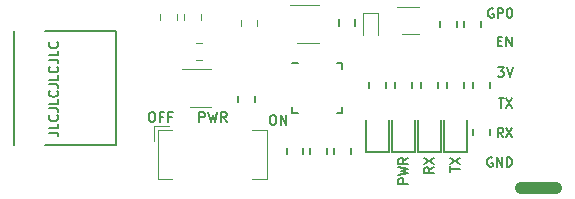
<source format=gbr>
G04 #@! TF.GenerationSoftware,KiCad,Pcbnew,(5.1.6)-1*
G04 #@! TF.CreationDate,2020-07-22T21:34:49-04:00*
G04 #@! TF.ProjectId,eflashy32,65666c61-7368-4793-9332-2e6b69636164,rev?*
G04 #@! TF.SameCoordinates,Original*
G04 #@! TF.FileFunction,Legend,Top*
G04 #@! TF.FilePolarity,Positive*
%FSLAX46Y46*%
G04 Gerber Fmt 4.6, Leading zero omitted, Abs format (unit mm)*
G04 Created by KiCad (PCBNEW (5.1.6)-1) date 2020-07-22 21:34:49*
%MOMM*%
%LPD*%
G01*
G04 APERTURE LIST*
%ADD10C,1.000000*%
%ADD11C,0.153000*%
%ADD12C,0.120000*%
%ADD13C,0.127000*%
%ADD14C,0.150000*%
G04 APERTURE END LIST*
D10*
X126155000Y-47480000D02*
X123155000Y-47480000D01*
D11*
X91868735Y-41041904D02*
X92030640Y-41041904D01*
X92111592Y-41080000D01*
X92192545Y-41156190D01*
X92233021Y-41308571D01*
X92233021Y-41575238D01*
X92192545Y-41727619D01*
X92111592Y-41803809D01*
X92030640Y-41841904D01*
X91868735Y-41841904D01*
X91787783Y-41803809D01*
X91706830Y-41727619D01*
X91666354Y-41575238D01*
X91666354Y-41308571D01*
X91706830Y-41156190D01*
X91787783Y-41080000D01*
X91868735Y-41041904D01*
X92880640Y-41422857D02*
X92597307Y-41422857D01*
X92597307Y-41841904D02*
X92597307Y-41041904D01*
X93002069Y-41041904D01*
X93609211Y-41422857D02*
X93325878Y-41422857D01*
X93325878Y-41841904D02*
X93325878Y-41041904D01*
X93730640Y-41041904D01*
X102118735Y-41291904D02*
X102280640Y-41291904D01*
X102361592Y-41330000D01*
X102442545Y-41406190D01*
X102483021Y-41558571D01*
X102483021Y-41825238D01*
X102442545Y-41977619D01*
X102361592Y-42053809D01*
X102280640Y-42091904D01*
X102118735Y-42091904D01*
X102037783Y-42053809D01*
X101956830Y-41977619D01*
X101916354Y-41825238D01*
X101916354Y-41558571D01*
X101956830Y-41406190D01*
X102037783Y-41330000D01*
X102118735Y-41291904D01*
X102847307Y-42091904D02*
X102847307Y-41291904D01*
X103333021Y-42091904D01*
X103333021Y-41291904D01*
X95956830Y-41841904D02*
X95956830Y-41041904D01*
X96280640Y-41041904D01*
X96361592Y-41080000D01*
X96402069Y-41118095D01*
X96442545Y-41194285D01*
X96442545Y-41308571D01*
X96402069Y-41384761D01*
X96361592Y-41422857D01*
X96280640Y-41460952D01*
X95956830Y-41460952D01*
X96725878Y-41041904D02*
X96928259Y-41841904D01*
X97090164Y-41270476D01*
X97252069Y-41841904D01*
X97454450Y-41041904D01*
X98263973Y-41841904D02*
X97980640Y-41460952D01*
X97778259Y-41841904D02*
X97778259Y-41041904D01*
X98102069Y-41041904D01*
X98183021Y-41080000D01*
X98223497Y-41118095D01*
X98263973Y-41194285D01*
X98263973Y-41308571D01*
X98223497Y-41384761D01*
X98183021Y-41422857D01*
X98102069Y-41460952D01*
X97778259Y-41460952D01*
X120833571Y-32280000D02*
X120757380Y-32241904D01*
X120643095Y-32241904D01*
X120528809Y-32280000D01*
X120452619Y-32356190D01*
X120414523Y-32432380D01*
X120376428Y-32584761D01*
X120376428Y-32699047D01*
X120414523Y-32851428D01*
X120452619Y-32927619D01*
X120528809Y-33003809D01*
X120643095Y-33041904D01*
X120719285Y-33041904D01*
X120833571Y-33003809D01*
X120871666Y-32965714D01*
X120871666Y-32699047D01*
X120719285Y-32699047D01*
X121214523Y-33041904D02*
X121214523Y-32241904D01*
X121519285Y-32241904D01*
X121595476Y-32280000D01*
X121633571Y-32318095D01*
X121671666Y-32394285D01*
X121671666Y-32508571D01*
X121633571Y-32584761D01*
X121595476Y-32622857D01*
X121519285Y-32660952D01*
X121214523Y-32660952D01*
X122166904Y-32241904D02*
X122243095Y-32241904D01*
X122319285Y-32280000D01*
X122357380Y-32318095D01*
X122395476Y-32394285D01*
X122433571Y-32546666D01*
X122433571Y-32737142D01*
X122395476Y-32889523D01*
X122357380Y-32965714D01*
X122319285Y-33003809D01*
X122243095Y-33041904D01*
X122166904Y-33041904D01*
X122090714Y-33003809D01*
X122052619Y-32965714D01*
X122014523Y-32889523D01*
X121976428Y-32737142D01*
X121976428Y-32546666D01*
X122014523Y-32394285D01*
X122052619Y-32318095D01*
X122090714Y-32280000D01*
X122166904Y-32241904D01*
X121214523Y-35022857D02*
X121481190Y-35022857D01*
X121595476Y-35441904D02*
X121214523Y-35441904D01*
X121214523Y-34641904D01*
X121595476Y-34641904D01*
X121938333Y-35441904D02*
X121938333Y-34641904D01*
X122395476Y-35441904D01*
X122395476Y-34641904D01*
X121252619Y-37241904D02*
X121747857Y-37241904D01*
X121481190Y-37546666D01*
X121595476Y-37546666D01*
X121671666Y-37584761D01*
X121709762Y-37622857D01*
X121747857Y-37699047D01*
X121747857Y-37889523D01*
X121709762Y-37965714D01*
X121671666Y-38003809D01*
X121595476Y-38041904D01*
X121366904Y-38041904D01*
X121290714Y-38003809D01*
X121252619Y-37965714D01*
X121976428Y-37241904D02*
X122243095Y-38041904D01*
X122509762Y-37241904D01*
X121290714Y-39841904D02*
X121747857Y-39841904D01*
X121519285Y-40641904D02*
X121519285Y-39841904D01*
X121938333Y-39841904D02*
X122471666Y-40641904D01*
X122471666Y-39841904D02*
X121938333Y-40641904D01*
X121671666Y-43141904D02*
X121405000Y-42760952D01*
X121214523Y-43141904D02*
X121214523Y-42341904D01*
X121519285Y-42341904D01*
X121595476Y-42380000D01*
X121633571Y-42418095D01*
X121671666Y-42494285D01*
X121671666Y-42608571D01*
X121633571Y-42684761D01*
X121595476Y-42722857D01*
X121519285Y-42760952D01*
X121214523Y-42760952D01*
X121938333Y-42341904D02*
X122471666Y-43141904D01*
X122471666Y-42341904D02*
X121938333Y-43141904D01*
X120757381Y-44880000D02*
X120681190Y-44841904D01*
X120566905Y-44841904D01*
X120452619Y-44880000D01*
X120376428Y-44956190D01*
X120338333Y-45032380D01*
X120300238Y-45184761D01*
X120300238Y-45299047D01*
X120338333Y-45451428D01*
X120376428Y-45527619D01*
X120452619Y-45603809D01*
X120566905Y-45641904D01*
X120643095Y-45641904D01*
X120757381Y-45603809D01*
X120795476Y-45565714D01*
X120795476Y-45299047D01*
X120643095Y-45299047D01*
X121138333Y-45641904D02*
X121138333Y-44841904D01*
X121595476Y-45641904D01*
X121595476Y-44841904D01*
X121976428Y-45641904D02*
X121976428Y-44841904D01*
X122166905Y-44841904D01*
X122281190Y-44880000D01*
X122357381Y-44956190D01*
X122395476Y-45032380D01*
X122433571Y-45184761D01*
X122433571Y-45299047D01*
X122395476Y-45451428D01*
X122357381Y-45527619D01*
X122281190Y-45603809D01*
X122166905Y-45641904D01*
X121976428Y-45641904D01*
X83216904Y-42775238D02*
X83788333Y-42775238D01*
X83902619Y-42813333D01*
X83978809Y-42889523D01*
X84016904Y-43003809D01*
X84016904Y-43080000D01*
X84016904Y-42013333D02*
X84016904Y-42394285D01*
X83216904Y-42394285D01*
X83940714Y-41289523D02*
X83978809Y-41327619D01*
X84016904Y-41441904D01*
X84016904Y-41518095D01*
X83978809Y-41632380D01*
X83902619Y-41708571D01*
X83826428Y-41746666D01*
X83674047Y-41784761D01*
X83559761Y-41784761D01*
X83407380Y-41746666D01*
X83331190Y-41708571D01*
X83255000Y-41632380D01*
X83216904Y-41518095D01*
X83216904Y-41441904D01*
X83255000Y-41327619D01*
X83293095Y-41289523D01*
X83216904Y-40718095D02*
X83788333Y-40718095D01*
X83902619Y-40756190D01*
X83978809Y-40832380D01*
X84016904Y-40946666D01*
X84016904Y-41022857D01*
X84016904Y-39956190D02*
X84016904Y-40337142D01*
X83216904Y-40337142D01*
X83940714Y-39232380D02*
X83978809Y-39270476D01*
X84016904Y-39384761D01*
X84016904Y-39460952D01*
X83978809Y-39575238D01*
X83902619Y-39651428D01*
X83826428Y-39689523D01*
X83674047Y-39727619D01*
X83559761Y-39727619D01*
X83407380Y-39689523D01*
X83331190Y-39651428D01*
X83255000Y-39575238D01*
X83216904Y-39460952D01*
X83216904Y-39384761D01*
X83255000Y-39270476D01*
X83293095Y-39232380D01*
X83216904Y-38660952D02*
X83788333Y-38660952D01*
X83902619Y-38699047D01*
X83978809Y-38775238D01*
X84016904Y-38889523D01*
X84016904Y-38965714D01*
X84016904Y-37899047D02*
X84016904Y-38280000D01*
X83216904Y-38280000D01*
X83940714Y-37175238D02*
X83978809Y-37213333D01*
X84016904Y-37327619D01*
X84016904Y-37403809D01*
X83978809Y-37518095D01*
X83902619Y-37594285D01*
X83826428Y-37632380D01*
X83674047Y-37670476D01*
X83559761Y-37670476D01*
X83407380Y-37632380D01*
X83331190Y-37594285D01*
X83255000Y-37518095D01*
X83216904Y-37403809D01*
X83216904Y-37327619D01*
X83255000Y-37213333D01*
X83293095Y-37175238D01*
X83216904Y-36603809D02*
X83788333Y-36603809D01*
X83902619Y-36641904D01*
X83978809Y-36718095D01*
X84016904Y-36832380D01*
X84016904Y-36908571D01*
X84016904Y-35841904D02*
X84016904Y-36222857D01*
X83216904Y-36222857D01*
X83940714Y-35118095D02*
X83978809Y-35156190D01*
X84016904Y-35270476D01*
X84016904Y-35346666D01*
X83978809Y-35460952D01*
X83902619Y-35537142D01*
X83826428Y-35575238D01*
X83674047Y-35613333D01*
X83559761Y-35613333D01*
X83407380Y-35575238D01*
X83331190Y-35537142D01*
X83255000Y-35460952D01*
X83216904Y-35346666D01*
X83216904Y-35270476D01*
X83255000Y-35156190D01*
X83293095Y-35118095D01*
D12*
X95155000Y-40590000D02*
X96955000Y-40590000D01*
X96955000Y-37370000D02*
X94505000Y-37370000D01*
D13*
X88905000Y-34155000D02*
X88905000Y-43805000D01*
X80305000Y-43805000D02*
X80305000Y-34155000D01*
X88905000Y-34155000D02*
X82855000Y-34155000D01*
X88905000Y-43805000D02*
X82855000Y-43805000D01*
D12*
X100865000Y-33221422D02*
X100865000Y-33738578D01*
X99445000Y-33221422D02*
X99445000Y-33738578D01*
X111055000Y-32630000D02*
X109855000Y-32630000D01*
X111055000Y-34480000D02*
X111055000Y-32630000D01*
X109855000Y-34480000D02*
X109855000Y-32630000D01*
X93655000Y-42530000D02*
X92455000Y-42530000D01*
X92455000Y-42530000D02*
X92455000Y-46730000D01*
X92455000Y-46730000D02*
X93655000Y-46730000D01*
X100455000Y-42530000D02*
X101655000Y-42530000D01*
X101655000Y-42530000D02*
X101655000Y-46730000D01*
X101655000Y-46730000D02*
X100455000Y-46730000D01*
X93355000Y-42230000D02*
X92155000Y-42230000D01*
X92155000Y-42230000D02*
X92155000Y-43430000D01*
X92645000Y-33238578D02*
X92645000Y-32721422D01*
X94065000Y-33238578D02*
X94065000Y-32721422D01*
X94645000Y-33238578D02*
X94645000Y-32721422D01*
X96065000Y-33238578D02*
X96065000Y-32721422D01*
X106055000Y-31970000D02*
X103605000Y-31970000D01*
X104255000Y-35190000D02*
X106055000Y-35190000D01*
X114555000Y-32120000D02*
X112655000Y-32120000D01*
X113155000Y-34440000D02*
X114555000Y-34440000D01*
X96216252Y-36590000D02*
X95693748Y-36590000D01*
X96216252Y-35170000D02*
X95693748Y-35170000D01*
D14*
X107590000Y-36870000D02*
X108065000Y-36870000D01*
X108065000Y-36870000D02*
X108065000Y-37345000D01*
X104320000Y-41090000D02*
X103845000Y-41090000D01*
X103845000Y-41090000D02*
X103845000Y-40615000D01*
X107590000Y-41090000D02*
X108065000Y-41090000D01*
X108065000Y-41090000D02*
X108065000Y-40615000D01*
X104320000Y-36870000D02*
X103845000Y-36870000D01*
X113965000Y-38483922D02*
X113965000Y-39001078D01*
X112545000Y-38483922D02*
X112545000Y-39001078D01*
X110345000Y-38483922D02*
X110345000Y-39001078D01*
X111765000Y-38483922D02*
X111765000Y-39001078D01*
X119145000Y-42421422D02*
X119145000Y-42938578D01*
X120565000Y-42421422D02*
X120565000Y-42938578D01*
X119145000Y-38483922D02*
X119145000Y-39001078D01*
X120565000Y-38483922D02*
X120565000Y-39001078D01*
X117765000Y-33801078D02*
X117765000Y-33283922D01*
X116345000Y-33801078D02*
X116345000Y-33283922D01*
X118345000Y-33283922D02*
X118345000Y-33801078D01*
X119765000Y-33283922D02*
X119765000Y-33801078D01*
X108765000Y-44601078D02*
X108765000Y-44083922D01*
X107345000Y-44601078D02*
X107345000Y-44083922D01*
X114215000Y-44365000D02*
X114215000Y-41680000D01*
X112295000Y-44365000D02*
X114215000Y-44365000D01*
X112295000Y-41680000D02*
X112295000Y-44365000D01*
X112015000Y-44365000D02*
X112015000Y-41680000D01*
X110095000Y-44365000D02*
X112015000Y-44365000D01*
X110095000Y-41680000D02*
X110095000Y-44365000D01*
X105345000Y-44083922D02*
X105345000Y-44601078D01*
X106765000Y-44083922D02*
X106765000Y-44601078D01*
X103345000Y-44083922D02*
X103345000Y-44601078D01*
X104765000Y-44083922D02*
X104765000Y-44601078D01*
X100665000Y-39658922D02*
X100665000Y-40176078D01*
X99245000Y-39658922D02*
X99245000Y-40176078D01*
X116945000Y-38483922D02*
X116945000Y-39001078D01*
X118365000Y-38483922D02*
X118365000Y-39001078D01*
X114745000Y-38483922D02*
X114745000Y-39001078D01*
X116165000Y-38483922D02*
X116165000Y-39001078D01*
X109165000Y-33183922D02*
X109165000Y-33701078D01*
X107745000Y-33183922D02*
X107745000Y-33701078D01*
X118615000Y-44365000D02*
X118615000Y-41680000D01*
X116695000Y-44365000D02*
X118615000Y-44365000D01*
X116695000Y-41680000D02*
X116695000Y-44365000D01*
X116415000Y-44365000D02*
X116415000Y-41680000D01*
X114495000Y-44365000D02*
X116415000Y-44365000D01*
X114495000Y-41680000D02*
X114495000Y-44365000D01*
D11*
X113616904Y-47103259D02*
X112816904Y-47103259D01*
X112816904Y-46798497D01*
X112855000Y-46722307D01*
X112893095Y-46684211D01*
X112969285Y-46646116D01*
X113083571Y-46646116D01*
X113159761Y-46684211D01*
X113197857Y-46722307D01*
X113235952Y-46798497D01*
X113235952Y-47103259D01*
X112816904Y-46379450D02*
X113616904Y-46188973D01*
X113045476Y-46036592D01*
X113616904Y-45884211D01*
X112816904Y-45693735D01*
X113616904Y-44931830D02*
X113235952Y-45198497D01*
X113616904Y-45388973D02*
X112816904Y-45388973D01*
X112816904Y-45084211D01*
X112855000Y-45008021D01*
X112893095Y-44969926D01*
X112969285Y-44931830D01*
X113083571Y-44931830D01*
X113159761Y-44969926D01*
X113197857Y-45008021D01*
X113235952Y-45084211D01*
X113235952Y-45388973D01*
X117216904Y-46074688D02*
X117216904Y-45617545D01*
X118016904Y-45846116D02*
X117216904Y-45846116D01*
X117216904Y-45427069D02*
X118016904Y-44893735D01*
X117216904Y-44893735D02*
X118016904Y-45427069D01*
X115816904Y-45693735D02*
X115435952Y-45960402D01*
X115816904Y-46150878D02*
X115016904Y-46150878D01*
X115016904Y-45846116D01*
X115055000Y-45769926D01*
X115093095Y-45731830D01*
X115169285Y-45693735D01*
X115283571Y-45693735D01*
X115359761Y-45731830D01*
X115397857Y-45769926D01*
X115435952Y-45846116D01*
X115435952Y-46150878D01*
X115016904Y-45427069D02*
X115816904Y-44893735D01*
X115016904Y-44893735D02*
X115816904Y-45427069D01*
M02*

</source>
